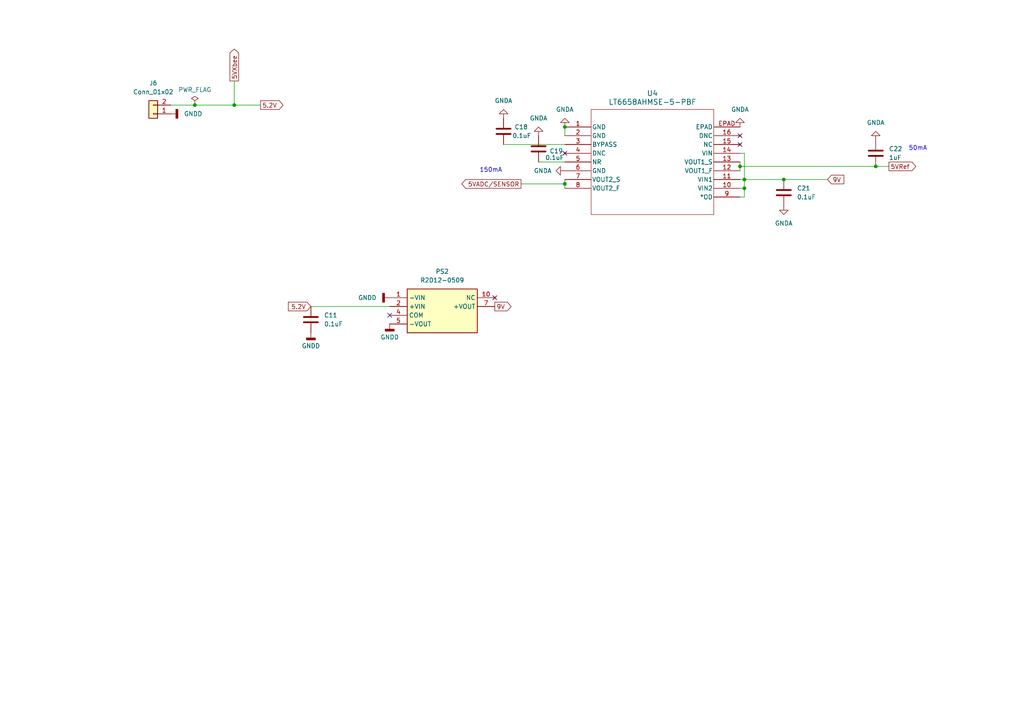
<source format=kicad_sch>
(kicad_sch (version 20231120) (generator "eeschema") (generator_version "8.0")
  (paper "A4")
  (lib_symbols
    (symbol "21xt_symbols:R2D12-0509"
      (property "Reference" "PS" (at 26.67 7.62 0))
      (property "Value" "R2D12-0509" (at 26.67 5.08 0))
      (symbol "R2D12-0509_1_1"
        (rectangle (start 5.08 2.54) (end 25.4 -10.16) (stroke (width 0.254)) (fill (type background)))
        (pin passive line (at 0 0 0) (length 5.08) (name "-VIN") (number "1"))
        (pin no_connect line (at 30.48 0 180) (length 5.08) (name "NC") (number "10"))
        (pin passive line (at 0 -2.54 0) (length 5.08) (name "+VIN") (number "2"))
        (pin passive line (at 0 -5.08 0) (length 5.08) (name "COM") (number "4"))
        (pin passive line (at 0 -7.62 0) (length 5.08) (name "-VOUT") (number "5"))
        (pin passive line (at 30.48 -2.54 180) (length 5.08) (name "+VOUT") (number "7"))
      )
    )
    (symbol "Connector_Generic:Conn_01x02" (pin_names (offset 1.016) hide)
      (property "Reference" "J" (at 0 2.54 0))
      (property "Value" "Conn_01x02" (at 0 -5.08 0))
      (symbol "Conn_01x02_1_1"
        (rectangle (start -1.27 -2.413) (end 0 -2.667) (stroke (width 0.1524)))
        (rectangle (start -1.27 0.127) (end 0 -0.127) (stroke (width 0.1524)))
        (rectangle (start -1.27 1.27) (end 1.27 -3.81) (stroke (width 0.254)) (fill (type background)))
        (pin passive line (at -5.08 0 0) (length 3.81) (name "Pin_1") (number "1"))
        (pin passive line (at -5.08 -2.54 0) (length 3.81) (name "Pin_2") (number "2"))
      )
    )
    (symbol "Device:C" (pin_numbers hide) (pin_names (offset 0.254))
      (property "Reference" "C" (at 0.635 2.54 0))
      (property "Value" "C" (at 0.635 -2.54 0))
      (symbol "C_0_1"
        (polyline (pts (xy -2.032 -0.762) (xy 2.032 -0.762)) (stroke (width 0.508)))
        (polyline (pts (xy -2.032 0.762) (xy 2.032 0.762)) (stroke (width 0.508)))
      )
      (symbol "C_1_1"
        (pin passive line (at 0 3.81 270) (length 2.794) (name "~") (number "1"))
        (pin passive line (at 0 -3.81 90) (length 2.794) (name "~") (number "2"))
      )
    )
    (symbol "mainbox:LT6658AHMSE-5-PBF" (pin_names (offset 0.254))
      (property "Reference" "U" (at 25.4 10.16 0))
      (property "Value" "LT6658AHMSE-5-PBF" (at 25.4 7.62 0))
      (symbol "LT6658AHMSE-5-PBF_0_1"
        (polyline (pts (xy 7.62 -25.4) (xy 43.18 -25.4)) (stroke (width 0.127)))
        (polyline (pts (xy 7.62 5.08) (xy 7.62 -25.4)) (stroke (width 0.127)))
        (polyline (pts (xy 43.18 -25.4) (xy 43.18 5.08)) (stroke (width 0.127)))
        (polyline (pts (xy 43.18 5.08) (xy 7.62 5.08)) (stroke (width 0.127)))
        (pin power_in line (at 0 0 0) (length 7.62) (name "GND") (number "1"))
        (pin input line (at 50.8 -17.78 180) (length 7.62) (name "VIN2") (number "10"))
        (pin input line (at 50.8 -15.24 180) (length 7.62) (name "VIN1") (number "11"))
        (pin output line (at 50.8 -12.7 180) (length 7.62) (name "VOUT1_F") (number "12"))
        (pin output line (at 50.8 -10.16 180) (length 7.62) (name "VOUT1_S") (number "13"))
        (pin input line (at 50.8 -7.62 180) (length 7.62) (name "VIN") (number "14"))
        (pin no_connect line (at 50.8 -5.08 180) (length 7.62) (name "NC") (number "15"))
        (pin no_connect line (at 50.8 -2.54 180) (length 7.62) (name "DNC") (number "16"))
        (pin power_in line (at 0 -2.54 0) (length 7.62) (name "GND") (number "2"))
        (pin unspecified line (at 0 -5.08 0) (length 7.62) (name "BYPASS") (number "3"))
        (pin no_connect line (at 0 -7.62 0) (length 7.62) (name "DNC") (number "4"))
        (pin unspecified line (at 0 -10.16 0) (length 7.62) (name "NR") (number "5"))
        (pin power_in line (at 0 -12.7 0) (length 7.62) (name "GND") (number "6"))
        (pin output line (at 0 -15.24 0) (length 7.62) (name "VOUT2_S") (number "7"))
        (pin output line (at 0 -17.78 0) (length 7.62) (name "VOUT2_F") (number "8"))
        (pin output line (at 50.8 -20.32 180) (length 7.62) (name "*OD") (number "9"))
        (pin unspecified line (at 50.8 0 180) (length 7.62) (name "EPAD") (number "EPAD"))
      )
    )
    (symbol "power:GNDA" (power) (pin_names (offset 0))
      (property "Value" "GNDA" (at 0 -3.81 0))
      (symbol "GNDA_0_1"
        (polyline (pts (xy 0 0) (xy 0 -1.27) (xy 1.27 -1.27) (xy 0 -2.54) (xy -1.27 -1.27) (xy 0 -1.27)))
      )
      (symbol "GNDA_1_1"
        (pin power_in line (at 0 0 270) (length 0) hide (name "GNDA") (number "1"))
      )
    )
    (symbol "power:GNDD" (power) (pin_names (offset 0))
      (property "Value" "GNDD" (at 0 -3.175 0))
      (symbol "GNDD_0_1"
        (rectangle (start -1.27 -1.524) (end 1.27 -2.032) (stroke (width 0.254)) (fill (type outline)))
        (polyline (pts (xy 0 0) (xy 0 -1.524)))
      )
      (symbol "GNDD_1_1"
        (pin power_in line (at 0 0 270) (length 0) hide (name "GNDD") (number "1"))
      )
    )
    (symbol "power:PWR_FLAG" (power) (pin_numbers hide) (pin_names (offset 0) hide)
      (property "Value" "PWR_FLAG" (at 0 3.81 0))
      (symbol "PWR_FLAG_0_0"
        (pin power_out line (at 0 0 90) (length 0) (name "pwr") (number "1"))
      )
      (symbol "PWR_FLAG_0_1"
        (polyline (pts (xy 0 0) (xy 0 1.27) (xy -1.016 1.905) (xy 0 2.54) (xy 1.016 1.905) (xy 0 1.27)))
      )
    )
  )
  (junction (at 215.9 52.07))
  (junction (at 214.63 48.26))
  (junction (at 254 48.26))
  (junction (at 67.945 30.48))
  (junction (at 227.33 52.07))
  (junction (at 215.9 54.61))
  (junction (at 56.515 30.48))
  (junction (at 163.83 36.83))
  (junction (at 163.83 53.34))
  (no_connect (at 113.03 91.44))
  (no_connect (at 143.51 86.36))
  (no_connect (at 214.63 41.91))
  (no_connect (at 214.63 39.37))
  (no_connect (at 163.83 44.45))
  (wire (pts (xy 215.9 52.07) (xy 215.9 54.61)))
  (wire (pts (xy 163.83 36.83) (xy 163.83 39.37)))
  (wire (pts (xy 214.63 57.15) (xy 215.9 57.15)))
  (wire (pts (xy 214.63 46.99) (xy 214.63 48.26)))
  (wire (pts (xy 214.63 48.26) (xy 254 48.26)))
  (wire (pts (xy 214.63 44.45) (xy 215.9 44.45)))
  (wire (pts (xy 67.945 30.48) (xy 75.565 30.48)))
  (wire (pts (xy 151.13 53.34) (xy 163.83 53.34)))
  (wire (pts (xy 214.63 54.61) (xy 215.9 54.61)))
  (wire (pts (xy 49.53 30.48) (xy 56.515 30.48)))
  (wire (pts (xy 163.83 41.91) (xy 146.05 41.91)))
  (wire (pts (xy 163.83 52.07) (xy 163.83 53.34)))
  (wire (pts (xy 90.17 88.9) (xy 113.03 88.9)))
  (wire (pts (xy 215.9 52.07) (xy 227.33 52.07)))
  (wire (pts (xy 215.9 57.15) (xy 215.9 54.61)))
  (wire (pts (xy 67.945 23.495) (xy 67.945 30.48)))
  (wire (pts (xy 215.9 44.45) (xy 215.9 52.07)))
  (wire (pts (xy 240.03 52.07) (xy 227.33 52.07)))
  (wire (pts (xy 214.63 48.26) (xy 214.63 49.53)))
  (wire (pts (xy 163.83 53.34) (xy 163.83 54.61)))
  (wire (pts (xy 56.515 30.48) (xy 67.945 30.48)))
  (wire (pts (xy 156.21 46.99) (xy 163.83 46.99)))
  (wire (pts (xy 215.9 52.07) (xy 214.63 52.07)))
  (wire (pts (xy 254 48.26) (xy 257.81 48.26)))
  (text "150mA" (at 139.065 50.165 0) (effects (font (size 1.27 1.27)) (justify left bottom)))
  (text "50mA" (at 263.525 43.815 0) (effects (font (size 1.27 1.27)) (justify left bottom)))
  (global_label "5VXbee" (shape output) (at 67.945 23.495 90) (property "Intersheetrefs" "${INTERSHEET_REFS}" (effects (hide yes))))
  (global_label "5.2V" (shape input) (at 90.17 88.9 180) (property "Intersheetrefs" "${INTERSHEET_REFS}" (effects (hide yes))))
  (global_label "9V" (shape input) (at 240.03 52.07 0) (property "Intersheetrefs" "${INTERSHEET_REFS}" (effects (hide yes))))
  (global_label "5VRef" (shape output) (at 257.81 48.26 0) (property "Intersheetrefs" "${INTERSHEET_REFS}" (effects (hide yes))))
  (global_label "9V" (shape output) (at 143.51 88.9 0) (property "Intersheetrefs" "${INTERSHEET_REFS}" (effects (hide yes))))
  (global_label "5.2V" (shape output) (at 75.565 30.48 0) (property "Intersheetrefs" "${INTERSHEET_REFS}" (effects (hide yes))))
  (global_label "5VADC{slash}SENSOR" (shape output) (at 151.13 53.34 180) (property "Intersheetrefs" "${INTERSHEET_REFS}" (effects (hide yes))))
  (symbol (lib_id "power:PWR_FLAG") (at 56.515 30.48 0) (unit 1)
    (property "Reference" "#FLG03" (effects (hide yes)))
    (property "Value" "PWR_FLAG" (at 56.515 26.035 0))
    (instances (project "mainbox1.0" (path "" (reference "#FLG03") (unit 1))) (project "mainbox" (path "" (reference "#FLG02") (unit 1)) (path "" (reference "#FLG03") (unit 1))) (project "mainbox2.0" (path "" (reference "#FLG01") (unit 1))) (project "Mainboard_priv" (path "" (reference "#FLG01") (unit 1))))
  )
  (symbol (lib_id "power:GNDD") (at 113.03 86.36 270) (unit 1)
    (property "Reference" "#PWR067" (effects (hide yes)))
    (property "Value" "GNDD" (at 109.22 86.36 90) (effects (justify right)))
  )
  (symbol (lib_id "Device:C") (at 146.05 38.1 0) (unit 1)
    (property "Reference" "C18" (at 149.225 36.83 0) (effects (justify left)))
    (property "Value" "0.1uF" (at 148.59 39.37 0) (effects (justify left)))
    (property "Footprint" "Capacitor_SMD:C_0402_1005Metric" (effects (hide yes)))
    (instances (project "mainbox1.0" (path "" (reference "C18") (unit 1))) (project "mainbox2.0" (path "" (reference "C20") (unit 1))) (project "Mainboard_priv" (path "" (reference "C3") (unit 1))))
  )
  (symbol (lib_id "power:GNDA") (at 146.05 34.29 180) (unit 1)
    (property "Reference" "#PWR039" (effects (hide yes)))
    (property "Value" "GNDA" (at 146.05 29.21 0))
  )
  (symbol (lib_id "Device:C") (at 156.21 43.18 0) (unit 1)
    (property "Reference" "C19" (at 159.385 43.815 0) (effects (justify left)))
    (property "Value" "0.1uF" (at 158.115 45.72 0) (effects (justify left)))
    (property "Footprint" "Capacitor_SMD:C_0402_1005Metric" (effects (hide yes)))
    (instances (project "mainbox1.0" (path "" (reference "C19") (unit 1))) (project "mainbox2.0" (path "" (reference "C21") (unit 1))) (project "Mainboard_priv" (path "" (reference "C1") (unit 1))))
  )
  (symbol (lib_id "mainbox:LT6658AHMSE-5-PBF") (at 163.83 36.83 0) (unit 1)
    (property "Reference" "U4" (at 189.23 27.051 0) (effects (font (size 1.524 1.524))))
    (property "Value" "LT6658AHMSE-5-PBF" (at 189.23 29.591 0) (effects (font (size 1.524 1.524))))
    (property "Footprint" "21xt_footprints:LT6658AHMSE-2.5-PBF" (effects (hide yes)))
    (property "Datasheet" "LT6658AHMSE-5-PBF" (effects (hide yes)))
    (instances (project "mainbox1.0" (path "" (reference "U4") (unit 1))) (project "mainbox" (path "" (reference "U2") (unit 1)) (path "" (reference "U8") (unit 1))) (project "mainbox2.0" (path "" (reference "U4") (unit 1))) (project "Mainboard_priv" (path "" (reference "U1") (unit 1))))
  )
  (symbol (lib_id "power:GNDD") (at 113.03 93.98 0) (unit 1)
    (property "Reference" "#PWR018" (effects (hide yes)))
    (property "Value" "GNDD" (at 113.03 97.79 0))
  )
  (symbol (lib_id "Device:C") (at 90.17 92.71 180) (unit 1)
    (property "Reference" "C11" (at 93.98 91.44 0) (effects (justify right)))
    (property "Value" "0.1uF" (at 93.98 93.98 0) (effects (justify right)))
    (property "Footprint" "Capacitor_SMD:C_0402_1005Metric" (effects (hide yes)))
  )
  (symbol (lib_id "power:GNDD") (at 90.17 96.52 0) (unit 1)
    (property "Reference" "#PWR068" (effects (hide yes)))
    (property "Value" "GNDD" (at 90.17 100.33 0))
  )
  (symbol (lib_id "power:GNDA") (at 227.33 59.69 0) (unit 1)
    (property "Reference" "#PWR044" (effects (hide yes)))
    (property "Value" "GNDA" (at 227.33 64.77 0))
  )
  (symbol (lib_id "Connector_Generic:Conn_01x02") (at 44.45 33.02 180) (unit 1)
    (property "Reference" "J6" (at 44.45 24.13 0))
    (property "Value" "Conn_01x02" (at 44.45 26.67 0))
    (property "Footprint" "Connector_JST:JST_VH_B2PS-VH_1x02_P3.96mm_Horizontal" (effects (hide yes)))
  )
  (symbol (lib_id "power:GNDD") (at 49.53 33.02 90) (unit 1)
    (property "Reference" "#PWR01" (effects (hide yes)))
    (property "Value" "GNDD" (at 53.34 33.02 90) (effects (justify right)))
  )
  (symbol (lib_id "Device:C") (at 254 44.45 0) (unit 1)
    (property "Reference" "C22" (at 257.81 43.18 0) (effects (justify left)))
    (property "Value" "1uF" (at 257.81 45.72 0) (effects (justify left)))
    (property "Footprint" "Capacitor_SMD:C_0402_1005Metric" (effects (hide yes)))
    (instances (project "mainbox1.0" (path "" (reference "C22") (unit 1))) (project "mainbox2.0" (path "" (reference "C24") (unit 1))) (project "Mainboard_priv" (path "" (reference "C2") (unit 1))))
  )
  (symbol (lib_id "power:GNDA") (at 156.21 39.37 180) (unit 1)
    (property "Reference" "#PWR038" (effects (hide yes)))
    (property "Value" "GNDA" (at 156.21 34.29 0))
  )
  (symbol (lib_id "power:GNDA") (at 163.83 49.53 270) (unit 1)
    (property "Reference" "#PWR042" (effects (hide yes)))
    (property "Value" "GNDA" (at 160.02 49.53 90) (effects (justify right)))
  )
  (symbol (lib_id "Device:C") (at 227.33 55.88 0) (unit 1)
    (property "Reference" "C21" (at 231.14 54.61 0) (effects (justify left)))
    (property "Value" "0.1uF" (at 231.14 57.15 0) (effects (justify left)))
    (property "Footprint" "Capacitor_SMD:C_0402_1005Metric" (effects (hide yes)))
    (instances (project "mainbox1.0" (path "" (reference "C21") (unit 1))) (project "mainbox2.0" (path "" (reference "C23") (unit 1))) (project "Mainboard_priv" (path "" (reference "C5") (unit 1))))
  )
  (symbol (lib_id "power:GNDA") (at 214.63 36.83 180) (unit 1)
    (property "Reference" "#PWR043" (effects (hide yes)))
    (property "Value" "GNDA" (at 214.63 31.75 0))
  )
  (symbol (lib_id "power:GNDA") (at 254 40.64 180) (unit 1)
    (property "Reference" "#PWR045" (effects (hide yes)))
    (property "Value" "GNDA" (at 254 35.56 0))
  )
  (symbol (lib_id "power:GNDA") (at 163.83 36.83 180) (unit 1)
    (property "Reference" "#PWR041" (effects (hide yes)))
    (property "Value" "GNDA" (at 163.83 31.75 0))
  )
  (symbol (lib_id "21xt_symbols:R2D12-0509") (at 113.03 86.36 0) (unit 1)
    (property "Reference" "PS2" (at 128.27 78.74 0))
    (property "Value" "R2D12-0509" (at 128.27 81.28 0))
    (property "Footprint" "21xt_footprints:R2D120509" (effects (hide yes)))
    (property "Height" "9" (effects (hide yes)))
    (property "Manufacturer_Name" "RECOM Power" (effects (hide yes)))
    (property "Manufacturer_Part_Number" "R2D12-0512" (effects (hide yes)))
  )
)
</source>
